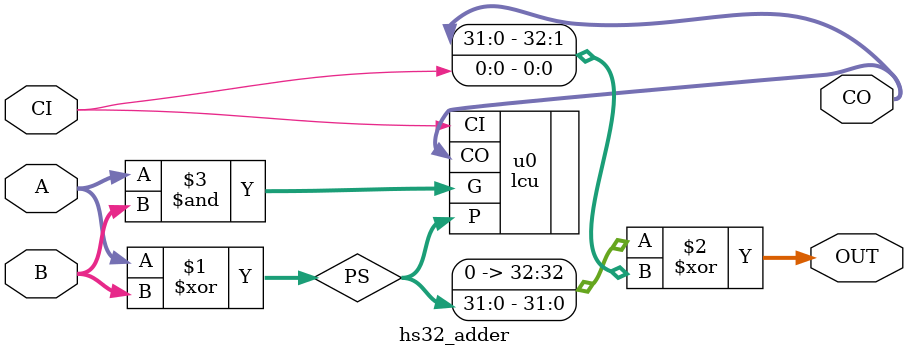
<source format=sv>
`ifdef VERILATOR_LINT
    `default_nettype none
    `include "hs32_lcu.sv"
`endif

module hs32_adder (A, B, CI, OUT, CO);
    parameter WIDTH = 32;

    input wire [WIDTH-1:0] A;
    input wire [WIDTH-1:0] B;
    input wire CI;
    output wire [WIDTH:0] OUT;
    output wire [WIDTH-1:0] CO;

    wire [WIDTH-1:0] PS = A ^ B;
    assign OUT = { 1'b0, PS } ^ { CO, CI };

    lcu #(.WIDTH(WIDTH)) u0 (.P(PS), .G(A & B), .CI(CI), .CO(CO));
endmodule
</source>
